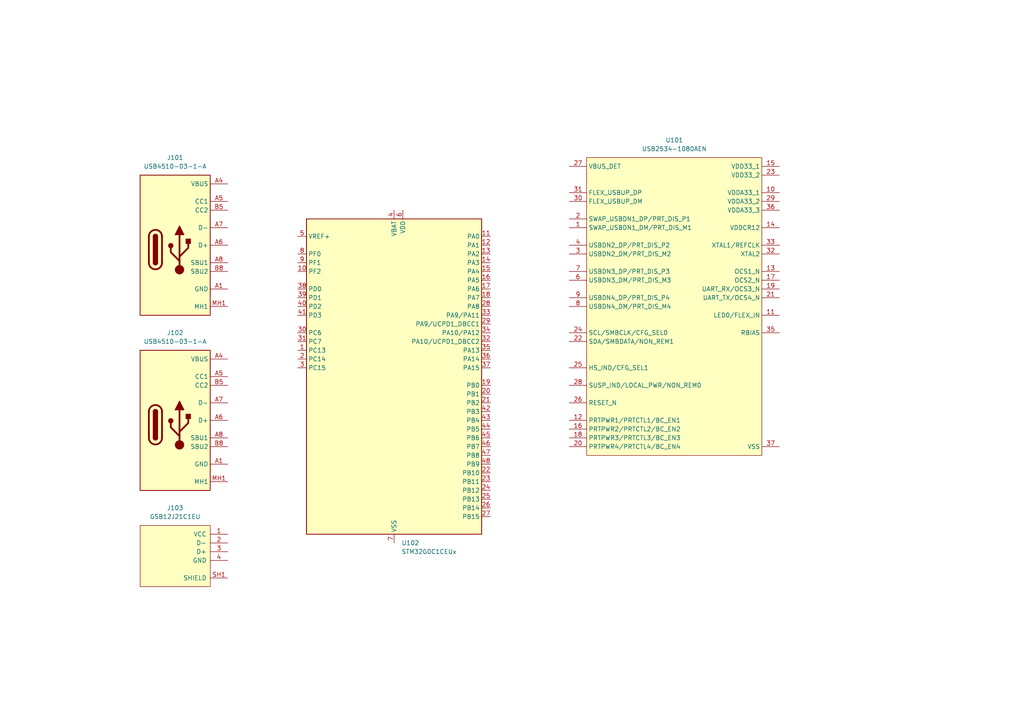
<source format=kicad_sch>
(kicad_sch (version 20250114) (generator "eeschema") (generator_version "9.0")
  (paper "A4")
  (lib_symbols
    (symbol "MCU_ST_STM32G0:STM32G0C1CEUx"
      (property "Reference" "U" (at -25.4 46.99 0))
      (property "Value" "STM32G0C1CEUx" (at 5.08 46.99 0))
      (symbol "STM32G0C1CEUx_0_1"
        (rectangle (start -25.4 -45.72) (end 25.4 45.72) (stroke (width 0.254)) (fill (type background)))
      )
      (symbol "STM32G0C1CEUx_1_1"
        (pin input line (at -27.94 40.64 0) (length 2.54) (name "VREF+") (number "5"))
        (pin bidirectional line (at -27.94 35.56 0) (length 2.54) (name "PF0") (number "8"))
        (pin bidirectional line (at -27.94 33.02 0) (length 2.54) (name "PF1") (number "9"))
        (pin bidirectional line (at -27.94 30.48 0) (length 2.54) (name "PF2") (number "10"))
        (pin bidirectional line (at -27.94 25.4 0) (length 2.54) (name "PD0") (number "38"))
        (pin bidirectional line (at -27.94 22.86 0) (length 2.54) (name "PD1") (number "39"))
        (pin bidirectional line (at -27.94 20.32 0) (length 2.54) (name "PD2") (number "40"))
        (pin bidirectional line (at -27.94 17.78 0) (length 2.54) (name "PD3") (number "41"))
        (pin bidirectional line (at -27.94 12.7 0) (length 2.54) (name "PC6") (number "30"))
        (pin bidirectional line (at -27.94 10.16 0) (length 2.54) (name "PC7") (number "31"))
        (pin bidirectional line (at -27.94 7.62 0) (length 2.54) (name "PC13") (number "1"))
        (pin bidirectional line (at -27.94 5.08 0) (length 2.54) (name "PC14") (number "2"))
        (pin bidirectional line (at -27.94 2.54 0) (length 2.54) (name "PC15") (number "3"))
        (pin power_in line (at 0 48.26 270) (length 2.54) (name "VBAT") (number "4"))
        (pin passive line (at 0 -48.26 90) (length 2.54) (hide yes) (name "VSS") (number "49"))
        (pin power_in line (at 0 -48.26 90) (length 2.54) (name "VSS") (number "7"))
        (pin power_in line (at 2.54 48.26 270) (length 2.54) (name "VDD") (number "6"))
        (pin bidirectional line (at 27.94 40.64 180) (length 2.54) (name "PA0") (number "11"))
        (pin bidirectional line (at 27.94 38.1 180) (length 2.54) (name "PA1") (number "12"))
        (pin bidirectional line (at 27.94 35.56 180) (length 2.54) (name "PA2") (number "13"))
        (pin bidirectional line (at 27.94 33.02 180) (length 2.54) (name "PA3") (number "14"))
        (pin bidirectional line (at 27.94 30.48 180) (length 2.54) (name "PA4") (number "15"))
        (pin bidirectional line (at 27.94 27.94 180) (length 2.54) (name "PA5") (number "16"))
        (pin bidirectional line (at 27.94 25.4 180) (length 2.54) (name "PA6") (number "17"))
        (pin bidirectional line (at 27.94 22.86 180) (length 2.54) (name "PA7") (number "18"))
        (pin bidirectional line (at 27.94 20.32 180) (length 2.54) (name "PA8") (number "28"))
        (pin bidirectional line (at 27.94 17.78 180) (length 2.54) (name "PA9/PA11") (number "33"))
        (pin bidirectional line (at 27.94 15.24 180) (length 2.54) (name "PA9/UCPD1_DBCC1") (number "29"))
        (pin bidirectional line (at 27.94 12.7 180) (length 2.54) (name "PA10/PA12") (number "34"))
        (pin bidirectional line (at 27.94 10.16 180) (length 2.54) (name "PA10/UCPD1_DBCC2") (number "32"))
        (pin bidirectional line (at 27.94 7.62 180) (length 2.54) (name "PA13") (number "35"))
        (pin bidirectional line (at 27.94 5.08 180) (length 2.54) (name "PA14") (number "36"))
        (pin bidirectional line (at 27.94 2.54 180) (length 2.54) (name "PA15") (number "37"))
        (pin bidirectional line (at 27.94 -2.54 180) (length 2.54) (name "PB0") (number "19"))
        (pin bidirectional line (at 27.94 -5.08 180) (length 2.54) (name "PB1") (number "20"))
        (pin bidirectional line (at 27.94 -7.62 180) (length 2.54) (name "PB2") (number "21"))
        (pin bidirectional line (at 27.94 -10.16 180) (length 2.54) (name "PB3") (number "42"))
        (pin bidirectional line (at 27.94 -12.7 180) (length 2.54) (name "PB4") (number "43"))
        (pin bidirectional line (at 27.94 -15.24 180) (length 2.54) (name "PB5") (number "44"))
        (pin bidirectional line (at 27.94 -17.78 180) (length 2.54) (name "PB6") (number "45"))
        (pin bidirectional line (at 27.94 -20.32 180) (length 2.54) (name "PB7") (number "46"))
        (pin bidirectional line (at 27.94 -22.86 180) (length 2.54) (name "PB8") (number "47"))
        (pin bidirectional line (at 27.94 -25.4 180) (length 2.54) (name "PB9") (number "48"))
        (pin bidirectional line (at 27.94 -27.94 180) (length 2.54) (name "PB10") (number "22"))
        (pin bidirectional line (at 27.94 -30.48 180) (length 2.54) (name "PB11") (number "23"))
        (pin bidirectional line (at 27.94 -33.02 180) (length 2.54) (name "PB12") (number "24"))
        (pin bidirectional line (at 27.94 -35.56 180) (length 2.54) (name "PB13") (number "25"))
        (pin bidirectional line (at 27.94 -38.1 180) (length 2.54) (name "PB14") (number "26"))
        (pin bidirectional line (at 27.94 -40.64 180) (length 2.54) (name "PB15") (number "27"))
      )
    )
    (symbol "USB-CONN:GSB12J21C1EU" (pin_names (offset 1.016))
      (property "Reference" "J" (at 0 5.08 0))
      (property "Value" "GSB12J21C1EU" (at 0 2.54 0))
      (symbol "GSB12J21C1EU_0_0"
        (pin power_in line (at -15.24 -2.54 0) (length 5.08) (name "VCC") (number "1"))
        (pin bidirectional line (at -15.24 -5.08 0) (length 5.08) (name "D-") (number "2"))
        (pin bidirectional line (at -15.24 -7.62 0) (length 5.08) (name "D+") (number "3"))
        (pin power_in line (at -15.24 -10.16 0) (length 5.08) (name "GND") (number "4"))
        (pin passive line (at -15.24 -15.24 0) (length 5.08) (name "SHIELD") (number "SH1"))
        (pin passive line (at -15.24 -15.24 0) (length 5.08) (hide yes) (name "SHIELD") (number "SH2"))
        (pin passive line (at -15.24 -15.24 0) (length 5.08) (hide yes) (name "SHIELD") (number "SH3"))
        (pin passive line (at -15.24 -15.24 0) (length 5.08) (hide yes) (name "SHIELD") (number "SH4"))
      )
      (symbol "GSB12J21C1EU_1_0"
        (rectangle (start -10.16 0) (end 10.16 -17.78) (fill (type background)))
      )
    )
    (symbol "USB-CONN:USB4510-03-1-A"
      (property "Reference" "J" (at 0 5.08 0))
      (property "Value" "USB4510-03-1-A" (at 0 2.54 0))
      (symbol "USB4510-03-1-A_0_1"
        (rectangle (start -10.16 0) (end 10.16 -40.64) (stroke (width 0.254)) (fill (type background)))
        (polyline (pts (xy -7.62 -25.4) (xy -7.62 -17.78)) (stroke (width 0.508)))
        (rectangle (start -6.35 -25.4) (end -5.08 -17.78) (stroke (width 0.254)) (fill (type outline)))
        (arc (start -6.35 -17.78) (mid -5.715 -17.1477) (end -5.08 -17.78) (stroke (width 0.254)))
        (arc (start -6.35 -17.78) (mid -5.715 -17.1477) (end -5.08 -17.78) (stroke (width 0.254)) (fill (type outline)))
        (arc (start -7.62 -17.78) (mid -5.715 -15.8833) (end -3.81 -17.78) (stroke (width 0.508)))
        (arc (start -3.81 -25.4) (mid -5.715 -27.2967) (end -7.62 -25.4) (stroke (width 0.508)))
        (arc (start -5.08 -25.4) (mid -5.715 -26.0323) (end -6.35 -25.4) (stroke (width 0.254)))
        (arc (start -5.08 -25.4) (mid -5.715 -26.0323) (end -6.35 -25.4) (stroke (width 0.254)) (fill (type outline)))
        (polyline (pts (xy -3.81 -17.78) (xy -3.81 -25.4)) (stroke (width 0.508)))
      )
      (symbol "USB4510-03-1-A_1_1"
        (circle (center -1.27 -20.447) (radius 0.635) (stroke (width 0.254)) (fill (type outline)))
        (polyline (pts (xy 0 -17.272) (xy 1.27 -14.732) (xy 2.54 -17.272) (xy 0 -17.272)) (stroke (width 0.254)) (fill (type outline)))
        (polyline (pts (xy 1.27 -23.622) (xy 3.81 -21.082) (xy 3.81 -19.812)) (stroke (width 0.508)))
        (polyline (pts (xy 1.27 -24.892) (xy -1.27 -22.352) (xy -1.27 -21.082)) (stroke (width 0.508)))
        (polyline (pts (xy 1.27 -27.432) (xy 1.27 -17.272)) (stroke (width 0.508)))
        (circle (center 1.27 -27.432) (radius 1.27) (fill (type outline)))
        (rectangle (start 3.175 -19.812) (end 4.445 -18.542) (stroke (width 0.254)) (fill (type outline)))
        (pin passive line (at 15.24 -2.54 180) (length 5.08) (name "VBUS") (number "A4"))
        (pin passive line (at 15.24 -2.54 180) (length 5.08) (hide yes) (name "VBUS") (number "A9"))
        (pin bidirectional line (at 15.24 -7.62 180) (length 5.08) (name "CC1") (number "A5"))
        (pin bidirectional line (at 15.24 -10.16 180) (length 5.08) (name "CC2") (number "B5"))
        (pin bidirectional line (at 15.24 -15.24 180) (length 5.08) (name "D-") (number "A7"))
        (pin passive line (at 15.24 -15.24 180) (length 5.08) (hide yes) (name "D-") (number "B7"))
        (pin bidirectional line (at 15.24 -20.32 180) (length 5.08) (name "D+") (number "A6"))
        (pin passive line (at 15.24 -20.32 180) (length 5.08) (hide yes) (name "D+") (number "B6"))
        (pin bidirectional line (at 15.24 -25.4 180) (length 5.08) (name "SBU1") (number "A8"))
        (pin bidirectional line (at 15.24 -27.94 180) (length 5.08) (name "SBU2") (number "B8"))
        (pin passive line (at 15.24 -33.02 180) (length 5.08) (name "GND") (number "A1"))
        (pin passive line (at 15.24 -33.02 180) (length 5.08) (hide yes) (name "GND") (number "A12"))
        (pin passive line (at 15.24 -38.1 180) (length 5.08) (name "MH1") (number "MH1"))
        (pin passive line (at 15.24 -38.1 180) (length 5.08) (hide yes) (name "MH2") (number "MH2"))
        (pin passive line (at 15.24 -38.1 180) (length 5.08) (hide yes) (name "MH3") (number "MH3"))
        (pin passive line (at 15.24 -38.1 180) (length 5.08) (hide yes) (name "MH4") (number "MH4"))
      )
    )
    (symbol "USB-INTF:USB2534-1080AEN"
      (property "Reference" "U" (at 0 5.08 0))
      (property "Value" "USB2534-1080AEN" (at 0 2.54 0))
      (symbol "USB2534-1080AEN_1_1"
        (rectangle (start -25.4 0) (end 25.4 -86.36) (fill (type background)))
        (pin input line (at -30.48 -2.54 0) (length 5.08) (name "VBUS_DET") (number "27"))
        (pin bidirectional line (at -30.48 -10.16 0) (length 5.08) (name "FLEX_USBUP_DP") (number "31"))
        (pin bidirectional line (at -30.48 -12.7 0) (length 5.08) (name "FLEX_USBUP_DM") (number "30"))
        (pin bidirectional line (at -30.48 -17.78 0) (length 5.08) (name "SWAP_USBDN1_DP/PRT_DIS_P1") (number "2"))
        (pin bidirectional line (at -30.48 -20.32 0) (length 5.08) (name "SWAP_USBDN1_DM/PRT_DIS_M1") (number "1"))
        (pin bidirectional line (at -30.48 -25.4 0) (length 5.08) (name "USBDN2_DP/PRT_DIS_P2") (number "4"))
        (pin bidirectional line (at -30.48 -27.94 0) (length 5.08) (name "USBDN2_DM/PRT_DIS_M2") (number "3"))
        (pin bidirectional line (at -30.48 -33.02 0) (length 5.08) (name "USBDN3_DP/PRT_DIS_P3") (number "7"))
        (pin bidirectional line (at -30.48 -35.56 0) (length 5.08) (name "USBDN3_DM/PRT_DIS_M3") (number "6"))
        (pin bidirectional line (at -30.48 -40.64 0) (length 5.08) (name "USBDN4_DP/PRT_DIS_P4") (number "9"))
        (pin bidirectional line (at -30.48 -43.18 0) (length 5.08) (name "USBDN4_DM/PRT_DIS_M4") (number "8"))
        (pin bidirectional line (at -30.48 -50.8 0) (length 5.08) (name "SCL/SMBCLK/CFG_SEL0") (number "24"))
        (pin bidirectional line (at -30.48 -53.34 0) (length 5.08) (name "SDA/SMBDATA/NON_REM1") (number "22"))
        (pin input line (at -30.48 -60.96 0) (length 5.08) (name "HS_IND/CFG_SEL1") (number "25"))
        (pin passive line (at -30.48 -66.04 0) (length 5.08) (name "SUSP_IND/LOCAL_PWR/NON_REM0") (number "28"))
        (pin input line (at -30.48 -71.12 0) (length 5.08) (name "RESET_N") (number "26"))
        (pin output line (at -30.48 -76.2 0) (length 5.08) (name "PRTPWR1/PRTCTL1/BC_EN1") (number "12"))
        (pin output line (at -30.48 -78.74 0) (length 5.08) (name "PRTPWR2/PRTCTL2/BC_EN2") (number "16"))
        (pin output line (at -30.48 -81.28 0) (length 5.08) (name "PRTPWR3/PRTCTL3/BC_EN3") (number "18"))
        (pin output line (at -30.48 -83.82 0) (length 5.08) (name "PRTPWR4/PRTCTL4/BC_EN4") (number "20"))
        (pin power_in line (at 30.48 -2.54 180) (length 5.08) (name "VDD33_1") (number "15"))
        (pin power_in line (at 30.48 -5.08 180) (length 5.08) (name "VDD33_2") (number "23"))
        (pin power_in line (at 30.48 -10.16 180) (length 5.08) (name "VDDA33_1") (number "10"))
        (pin power_in line (at 30.48 -12.7 180) (length 5.08) (name "VDDA33_2") (number "29"))
        (pin power_in line (at 30.48 -15.24 180) (length 5.08) (name "VDDA33_3") (number "36"))
        (pin power_in line (at 30.48 -20.32 180) (length 5.08) (name "VDDCR12") (number "14"))
        (pin passive line (at 30.48 -25.4 180) (length 5.08) (name "XTAL1/REFCLK") (number "33"))
        (pin passive line (at 30.48 -27.94 180) (length 5.08) (name "XTAL2") (number "32"))
        (pin input line (at 30.48 -33.02 180) (length 5.08) (name "OCS1_N") (number "13"))
        (pin input line (at 30.48 -35.56 180) (length 5.08) (name "OCS2_N") (number "17"))
        (pin bidirectional line (at 30.48 -38.1 180) (length 5.08) (name "UART_RX/OCS3_N") (number "19"))
        (pin bidirectional line (at 30.48 -40.64 180) (length 5.08) (name "UART_TX/OCS4_N") (number "21"))
        (pin input line (at 30.48 -45.72 180) (length 5.08) (name "LED0/FLEX_IN") (number "11"))
        (pin passive line (at 30.48 -50.8 180) (length 5.08) (name "RBIAS") (number "35"))
        (pin no_connect line (at 30.48 -55.88 180) (length 5.08) (hide yes) (name "NC_1") (number "5"))
        (pin no_connect line (at 30.48 -58.42 180) (length 5.08) (hide yes) (name "NC_2") (number "34"))
        (pin passive line (at 30.48 -83.82 180) (length 5.08) (name "VSS") (number "37"))
      )
    )
  )
  (symbol (lib_id "USB-CONN:USB4510-03-1-A") (at 50.8 101.6 0) (unit 1)
    (property "Reference" "J102" (at 50.8 96.52 0))
    (property "Value" "USB4510-03-1-A" (at 50.8 99.06 0))
    (property "Footprint" "keyboard_footprints:USB4510031A" (effects (hide yes)))
    (property "Datasheet" "https://gct.co/files/drawings/usb4510.pdf" (effects (hide yes)))
    (property "Description" "USB Connectors USB C Rec 16P 3u\" Mid Mnt 1.6mm O-set SMT L = 6.5mm S-Spring" (effects (hide yes)))
    (property "Height" "3.36" (effects (hide yes)))
    (property "Mouser Part Number" "640-USB4510031A" (effects (hide yes)))
    (property "Mouser Price/Stock" "https://www.mouser.co.uk/ProductDetail/GCT/USB4510-03-1-A?qs=7D1LtPJG0i3iod3O3OZ7LA%3D%3D" (effects (hide yes)))
    (property "Manufacturer_Name" "GCT (GLOBAL CONNECTOR TECHNOLOGY)" (effects (hide yes)))
    (property "Manufacturer_Part_Number" "USB4510-03-1-A" (effects (hide yes)))
  )
  (symbol (lib_id "USB-CONN:GSB12J21C1EU") (at 50.8 152.4 0) (mirror y) (unit 1)
    (property "Reference" "J103" (at 50.8 147.32 0))
    (property "Value" "GSB12J21C1EU" (at 50.8 149.86 0))
    (property "Footprint" "keyboard_footprints:AMPHENOL_GSB12J21C1EU" (effects (hide yes)))
    (property "Manufacturer" "Amphenol Commercial Products" (effects (hide yes)))
  )
  (symbol (lib_id "MCU_ST_STM32G0:STM32G0C1CEUx") (at 114.3 109.22 0) (unit 1)
    (property "Reference" "U102" (at 116.4433 157.48 0) (effects (justify left)))
    (property "Value" "STM32G0C1CEUx" (at 116.4433 160.02 0) (effects (justify left)))
    (property "Footprint" "Package_DFN_QFN:QFN-48-1EP_7x7mm_P0.5mm_EP5.6x5.6mm" (effects (hide yes)))
    (property "Datasheet" "https://www.st.com/resource/en/datasheet/stm32g0c1ce.pdf" (effects (hide yes)))
    (property "Description" "STMicroelectronics Arm Cortex-M0+ MCU, 512KB flash, 144KB RAM, 64 MHz, 1.7-3.6V, 44 GPIO, UFQFPN48" (effects (hide yes)))
  )
  (symbol (lib_id "USB-CONN:USB4510-03-1-A") (at 50.8 50.8 0) (unit 1)
    (property "Reference" "J101" (at 50.8 45.72 0))
    (property "Value" "USB4510-03-1-A" (at 50.8 48.26 0))
    (property "Footprint" "keyboard_footprints:USB4510031A" (effects (hide yes)))
    (property "Datasheet" "https://gct.co/files/drawings/usb4510.pdf" (effects (hide yes)))
    (property "Description" "USB Connectors USB C Rec 16P 3u\" Mid Mnt 1.6mm O-set SMT L = 6.5mm S-Spring" (effects (hide yes)))
    (property "Height" "3.36" (effects (hide yes)))
    (property "Mouser Part Number" "640-USB4510031A" (effects (hide yes)))
    (property "Mouser Price/Stock" "https://www.mouser.co.uk/ProductDetail/GCT/USB4510-03-1-A?qs=7D1LtPJG0i3iod3O3OZ7LA%3D%3D" (effects (hide yes)))
    (property "Manufacturer_Name" "GCT (GLOBAL CONNECTOR TECHNOLOGY)" (effects (hide yes)))
    (property "Manufacturer_Part_Number" "USB4510-03-1-A" (effects (hide yes)))
  )
  (symbol (lib_id "USB-INTF:USB2534-1080AEN") (at 195.58 45.72 0) (unit 1)
    (property "Reference" "U101" (at 195.58 40.64 0))
    (property "Value" "USB2534-1080AEN" (at 195.58 43.18 0))
    (property "Footprint" "QFN50P600X600X100-37N-D" (effects (hide yes)))
    (property "Datasheet" "https://www.arrow.com/en/products/usb2534-1080aen/microchip-technology?region=nac" (effects (hide yes)))
    (property "Description" "Microchip USB2534-1080AEN, USB Controller, USB 2.0, 3.3 V, 36-Pin SQFN" (effects (hide yes)))
    (property "Height" "1" (effects (hide yes)))
  )
)
</source>
